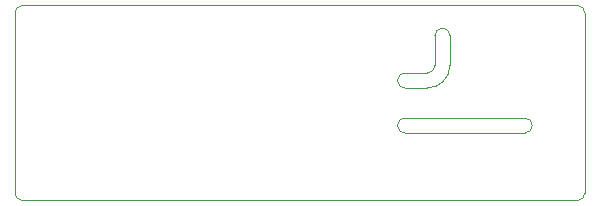
<source format=gbr>
G04 (created by PCBNEW (22-Jun-2014 BZR 4027)-stable) date Wed 28 Mar 2018 01:35:14 AM CDT*
%MOIN*%
G04 Gerber Fmt 3.4, Leading zero omitted, Abs format*
%FSLAX34Y34*%
G01*
G70*
G90*
G04 APERTURE LIST*
%ADD10C,0.00590551*%
%ADD11C,0.00393701*%
G04 APERTURE END LIST*
G54D10*
G54D11*
X77250Y-56000D02*
X78000Y-56000D01*
X77250Y-55500D02*
X78000Y-55500D01*
X78750Y-54250D02*
X78750Y-55250D01*
X78250Y-55250D02*
X78250Y-54250D01*
X78000Y-56000D02*
G75*
G03X78750Y-55250I0J750D01*
G74*
G01*
X78750Y-54250D02*
G75*
G03X78500Y-54000I-250J0D01*
G74*
G01*
X78500Y-54000D02*
G75*
G03X78250Y-54250I0J-250D01*
G74*
G01*
X78000Y-55500D02*
G75*
G03X78250Y-55250I0J250D01*
G74*
G01*
X77250Y-55500D02*
G75*
G03X77000Y-55750I0J-250D01*
G74*
G01*
X77000Y-55750D02*
G75*
G03X77250Y-56000I250J0D01*
G74*
G01*
X81250Y-57500D02*
G75*
G03X81500Y-57250I0J250D01*
G74*
G01*
X81500Y-57250D02*
G75*
G03X81250Y-57000I-250J0D01*
G74*
G01*
X77250Y-57500D02*
X81250Y-57500D01*
X77250Y-57000D02*
X81250Y-57000D01*
X77000Y-57250D02*
G75*
G03X77250Y-57500I250J0D01*
G74*
G01*
X77250Y-57000D02*
G75*
G03X77000Y-57250I0J-250D01*
G74*
G01*
X64250Y-59500D02*
X64250Y-53500D01*
X83000Y-59750D02*
X64500Y-59750D01*
X83250Y-53500D02*
X83250Y-59500D01*
X64500Y-53250D02*
X83000Y-53250D01*
X83000Y-59750D02*
G75*
G03X83250Y-59500I0J250D01*
G74*
G01*
X83250Y-53500D02*
G75*
G03X83000Y-53250I-250J0D01*
G74*
G01*
X64500Y-53250D02*
G75*
G03X64250Y-53500I0J-250D01*
G74*
G01*
X64250Y-59500D02*
G75*
G03X64500Y-59750I250J0D01*
G74*
G01*
M02*

</source>
